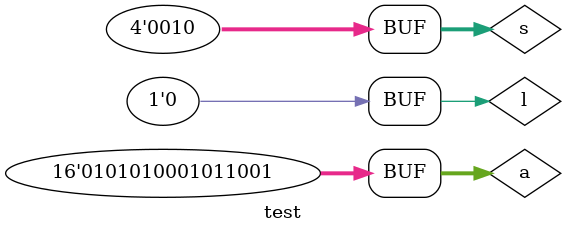
<source format=v>
`include "barrel_shifter.v"

module test();

reg [15:0]a;
reg [3:0]s;
reg l;
wire [15:0] b;

bs b1(a[15:0],s[3:0],l,b[15:0]);

initial begin 
a = 16'b0101010001011001 ;
s = 4'b0010; 
l = 1'b0;
end

initial begin 
$monitor ("a was %b and b is %b",a,b);
end 

endmodule 
</source>
